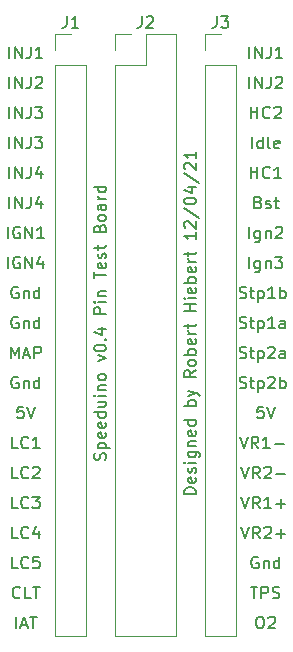
<source format=gbr>
%TF.GenerationSoftware,KiCad,Pcbnew,(5.1.6)-1*%
%TF.CreationDate,2021-12-04T14:03:29-08:00*%
%TF.ProjectId,Speeduino Pin Test Board,53706565-6475-4696-9e6f-2050696e2054,rev?*%
%TF.SameCoordinates,Original*%
%TF.FileFunction,Legend,Top*%
%TF.FilePolarity,Positive*%
%FSLAX46Y46*%
G04 Gerber Fmt 4.6, Leading zero omitted, Abs format (unit mm)*
G04 Created by KiCad (PCBNEW (5.1.6)-1) date 2021-12-04 14:03:29*
%MOMM*%
%LPD*%
G01*
G04 APERTURE LIST*
%ADD10C,0.150000*%
%ADD11C,0.120000*%
G04 APERTURE END LIST*
D10*
X142692380Y-95756190D02*
X141692380Y-95756190D01*
X141692380Y-95518095D01*
X141740000Y-95375238D01*
X141835238Y-95280000D01*
X141930476Y-95232380D01*
X142120952Y-95184761D01*
X142263809Y-95184761D01*
X142454285Y-95232380D01*
X142549523Y-95280000D01*
X142644761Y-95375238D01*
X142692380Y-95518095D01*
X142692380Y-95756190D01*
X142644761Y-94375238D02*
X142692380Y-94470476D01*
X142692380Y-94660952D01*
X142644761Y-94756190D01*
X142549523Y-94803809D01*
X142168571Y-94803809D01*
X142073333Y-94756190D01*
X142025714Y-94660952D01*
X142025714Y-94470476D01*
X142073333Y-94375238D01*
X142168571Y-94327619D01*
X142263809Y-94327619D01*
X142359047Y-94803809D01*
X142644761Y-93946666D02*
X142692380Y-93851428D01*
X142692380Y-93660952D01*
X142644761Y-93565714D01*
X142549523Y-93518095D01*
X142501904Y-93518095D01*
X142406666Y-93565714D01*
X142359047Y-93660952D01*
X142359047Y-93803809D01*
X142311428Y-93899047D01*
X142216190Y-93946666D01*
X142168571Y-93946666D01*
X142073333Y-93899047D01*
X142025714Y-93803809D01*
X142025714Y-93660952D01*
X142073333Y-93565714D01*
X142692380Y-93089523D02*
X142025714Y-93089523D01*
X141692380Y-93089523D02*
X141740000Y-93137142D01*
X141787619Y-93089523D01*
X141740000Y-93041904D01*
X141692380Y-93089523D01*
X141787619Y-93089523D01*
X142025714Y-92184761D02*
X142835238Y-92184761D01*
X142930476Y-92232380D01*
X142978095Y-92280000D01*
X143025714Y-92375238D01*
X143025714Y-92518095D01*
X142978095Y-92613333D01*
X142644761Y-92184761D02*
X142692380Y-92280000D01*
X142692380Y-92470476D01*
X142644761Y-92565714D01*
X142597142Y-92613333D01*
X142501904Y-92660952D01*
X142216190Y-92660952D01*
X142120952Y-92613333D01*
X142073333Y-92565714D01*
X142025714Y-92470476D01*
X142025714Y-92280000D01*
X142073333Y-92184761D01*
X142025714Y-91708571D02*
X142692380Y-91708571D01*
X142120952Y-91708571D02*
X142073333Y-91660952D01*
X142025714Y-91565714D01*
X142025714Y-91422857D01*
X142073333Y-91327619D01*
X142168571Y-91280000D01*
X142692380Y-91280000D01*
X142644761Y-90422857D02*
X142692380Y-90518095D01*
X142692380Y-90708571D01*
X142644761Y-90803809D01*
X142549523Y-90851428D01*
X142168571Y-90851428D01*
X142073333Y-90803809D01*
X142025714Y-90708571D01*
X142025714Y-90518095D01*
X142073333Y-90422857D01*
X142168571Y-90375238D01*
X142263809Y-90375238D01*
X142359047Y-90851428D01*
X142692380Y-89518095D02*
X141692380Y-89518095D01*
X142644761Y-89518095D02*
X142692380Y-89613333D01*
X142692380Y-89803809D01*
X142644761Y-89899047D01*
X142597142Y-89946666D01*
X142501904Y-89994285D01*
X142216190Y-89994285D01*
X142120952Y-89946666D01*
X142073333Y-89899047D01*
X142025714Y-89803809D01*
X142025714Y-89613333D01*
X142073333Y-89518095D01*
X142692380Y-88280000D02*
X141692380Y-88280000D01*
X142073333Y-88280000D02*
X142025714Y-88184761D01*
X142025714Y-87994285D01*
X142073333Y-87899047D01*
X142120952Y-87851428D01*
X142216190Y-87803809D01*
X142501904Y-87803809D01*
X142597142Y-87851428D01*
X142644761Y-87899047D01*
X142692380Y-87994285D01*
X142692380Y-88184761D01*
X142644761Y-88280000D01*
X142025714Y-87470476D02*
X142692380Y-87232380D01*
X142025714Y-86994285D02*
X142692380Y-87232380D01*
X142930476Y-87327619D01*
X142978095Y-87375238D01*
X143025714Y-87470476D01*
X142692380Y-85280000D02*
X142216190Y-85613333D01*
X142692380Y-85851428D02*
X141692380Y-85851428D01*
X141692380Y-85470476D01*
X141740000Y-85375238D01*
X141787619Y-85327619D01*
X141882857Y-85280000D01*
X142025714Y-85280000D01*
X142120952Y-85327619D01*
X142168571Y-85375238D01*
X142216190Y-85470476D01*
X142216190Y-85851428D01*
X142692380Y-84708571D02*
X142644761Y-84803809D01*
X142597142Y-84851428D01*
X142501904Y-84899047D01*
X142216190Y-84899047D01*
X142120952Y-84851428D01*
X142073333Y-84803809D01*
X142025714Y-84708571D01*
X142025714Y-84565714D01*
X142073333Y-84470476D01*
X142120952Y-84422857D01*
X142216190Y-84375238D01*
X142501904Y-84375238D01*
X142597142Y-84422857D01*
X142644761Y-84470476D01*
X142692380Y-84565714D01*
X142692380Y-84708571D01*
X142692380Y-83946666D02*
X141692380Y-83946666D01*
X142073333Y-83946666D02*
X142025714Y-83851428D01*
X142025714Y-83660952D01*
X142073333Y-83565714D01*
X142120952Y-83518095D01*
X142216190Y-83470476D01*
X142501904Y-83470476D01*
X142597142Y-83518095D01*
X142644761Y-83565714D01*
X142692380Y-83660952D01*
X142692380Y-83851428D01*
X142644761Y-83946666D01*
X142644761Y-82660952D02*
X142692380Y-82756190D01*
X142692380Y-82946666D01*
X142644761Y-83041904D01*
X142549523Y-83089523D01*
X142168571Y-83089523D01*
X142073333Y-83041904D01*
X142025714Y-82946666D01*
X142025714Y-82756190D01*
X142073333Y-82660952D01*
X142168571Y-82613333D01*
X142263809Y-82613333D01*
X142359047Y-83089523D01*
X142692380Y-82184761D02*
X142025714Y-82184761D01*
X142216190Y-82184761D02*
X142120952Y-82137142D01*
X142073333Y-82089523D01*
X142025714Y-81994285D01*
X142025714Y-81899047D01*
X142025714Y-81708571D02*
X142025714Y-81327619D01*
X141692380Y-81565714D02*
X142549523Y-81565714D01*
X142644761Y-81518095D01*
X142692380Y-81422857D01*
X142692380Y-81327619D01*
X142692380Y-80232380D02*
X141692380Y-80232380D01*
X142168571Y-80232380D02*
X142168571Y-79660952D01*
X142692380Y-79660952D02*
X141692380Y-79660952D01*
X142692380Y-79184761D02*
X142025714Y-79184761D01*
X141692380Y-79184761D02*
X141740000Y-79232380D01*
X141787619Y-79184761D01*
X141740000Y-79137142D01*
X141692380Y-79184761D01*
X141787619Y-79184761D01*
X142644761Y-78327619D02*
X142692380Y-78422857D01*
X142692380Y-78613333D01*
X142644761Y-78708571D01*
X142549523Y-78756190D01*
X142168571Y-78756190D01*
X142073333Y-78708571D01*
X142025714Y-78613333D01*
X142025714Y-78422857D01*
X142073333Y-78327619D01*
X142168571Y-78280000D01*
X142263809Y-78280000D01*
X142359047Y-78756190D01*
X142692380Y-77851428D02*
X141692380Y-77851428D01*
X142073333Y-77851428D02*
X142025714Y-77756190D01*
X142025714Y-77565714D01*
X142073333Y-77470476D01*
X142120952Y-77422857D01*
X142216190Y-77375238D01*
X142501904Y-77375238D01*
X142597142Y-77422857D01*
X142644761Y-77470476D01*
X142692380Y-77565714D01*
X142692380Y-77756190D01*
X142644761Y-77851428D01*
X142644761Y-76565714D02*
X142692380Y-76660952D01*
X142692380Y-76851428D01*
X142644761Y-76946666D01*
X142549523Y-76994285D01*
X142168571Y-76994285D01*
X142073333Y-76946666D01*
X142025714Y-76851428D01*
X142025714Y-76660952D01*
X142073333Y-76565714D01*
X142168571Y-76518095D01*
X142263809Y-76518095D01*
X142359047Y-76994285D01*
X142692380Y-76089523D02*
X142025714Y-76089523D01*
X142216190Y-76089523D02*
X142120952Y-76041904D01*
X142073333Y-75994285D01*
X142025714Y-75899047D01*
X142025714Y-75803809D01*
X142025714Y-75613333D02*
X142025714Y-75232380D01*
X141692380Y-75470476D02*
X142549523Y-75470476D01*
X142644761Y-75422857D01*
X142692380Y-75327619D01*
X142692380Y-75232380D01*
X142692380Y-73613333D02*
X142692380Y-74184761D01*
X142692380Y-73899047D02*
X141692380Y-73899047D01*
X141835238Y-73994285D01*
X141930476Y-74089523D01*
X141978095Y-74184761D01*
X141787619Y-73232380D02*
X141740000Y-73184761D01*
X141692380Y-73089523D01*
X141692380Y-72851428D01*
X141740000Y-72756190D01*
X141787619Y-72708571D01*
X141882857Y-72660952D01*
X141978095Y-72660952D01*
X142120952Y-72708571D01*
X142692380Y-73280000D01*
X142692380Y-72660952D01*
X141644761Y-71518095D02*
X142930476Y-72375238D01*
X141692380Y-70994285D02*
X141692380Y-70899047D01*
X141740000Y-70803809D01*
X141787619Y-70756190D01*
X141882857Y-70708571D01*
X142073333Y-70660952D01*
X142311428Y-70660952D01*
X142501904Y-70708571D01*
X142597142Y-70756190D01*
X142644761Y-70803809D01*
X142692380Y-70899047D01*
X142692380Y-70994285D01*
X142644761Y-71089523D01*
X142597142Y-71137142D01*
X142501904Y-71184761D01*
X142311428Y-71232380D01*
X142073333Y-71232380D01*
X141882857Y-71184761D01*
X141787619Y-71137142D01*
X141740000Y-71089523D01*
X141692380Y-70994285D01*
X142025714Y-69803809D02*
X142692380Y-69803809D01*
X141644761Y-70041904D02*
X142359047Y-70280000D01*
X142359047Y-69660952D01*
X141644761Y-68565714D02*
X142930476Y-69422857D01*
X141787619Y-68280000D02*
X141740000Y-68232380D01*
X141692380Y-68137142D01*
X141692380Y-67899047D01*
X141740000Y-67803809D01*
X141787619Y-67756190D01*
X141882857Y-67708571D01*
X141978095Y-67708571D01*
X142120952Y-67756190D01*
X142692380Y-68327619D01*
X142692380Y-67708571D01*
X142692380Y-66756190D02*
X142692380Y-67327619D01*
X142692380Y-67041904D02*
X141692380Y-67041904D01*
X141835238Y-67137142D01*
X141930476Y-67232380D01*
X141978095Y-67327619D01*
X135024761Y-92875238D02*
X135072380Y-92732380D01*
X135072380Y-92494285D01*
X135024761Y-92399047D01*
X134977142Y-92351428D01*
X134881904Y-92303809D01*
X134786666Y-92303809D01*
X134691428Y-92351428D01*
X134643809Y-92399047D01*
X134596190Y-92494285D01*
X134548571Y-92684761D01*
X134500952Y-92780000D01*
X134453333Y-92827619D01*
X134358095Y-92875238D01*
X134262857Y-92875238D01*
X134167619Y-92827619D01*
X134120000Y-92780000D01*
X134072380Y-92684761D01*
X134072380Y-92446666D01*
X134120000Y-92303809D01*
X134405714Y-91875238D02*
X135405714Y-91875238D01*
X134453333Y-91875238D02*
X134405714Y-91780000D01*
X134405714Y-91589523D01*
X134453333Y-91494285D01*
X134500952Y-91446666D01*
X134596190Y-91399047D01*
X134881904Y-91399047D01*
X134977142Y-91446666D01*
X135024761Y-91494285D01*
X135072380Y-91589523D01*
X135072380Y-91780000D01*
X135024761Y-91875238D01*
X135024761Y-90589523D02*
X135072380Y-90684761D01*
X135072380Y-90875238D01*
X135024761Y-90970476D01*
X134929523Y-91018095D01*
X134548571Y-91018095D01*
X134453333Y-90970476D01*
X134405714Y-90875238D01*
X134405714Y-90684761D01*
X134453333Y-90589523D01*
X134548571Y-90541904D01*
X134643809Y-90541904D01*
X134739047Y-91018095D01*
X135024761Y-89732380D02*
X135072380Y-89827619D01*
X135072380Y-90018095D01*
X135024761Y-90113333D01*
X134929523Y-90160952D01*
X134548571Y-90160952D01*
X134453333Y-90113333D01*
X134405714Y-90018095D01*
X134405714Y-89827619D01*
X134453333Y-89732380D01*
X134548571Y-89684761D01*
X134643809Y-89684761D01*
X134739047Y-90160952D01*
X135072380Y-88827619D02*
X134072380Y-88827619D01*
X135024761Y-88827619D02*
X135072380Y-88922857D01*
X135072380Y-89113333D01*
X135024761Y-89208571D01*
X134977142Y-89256190D01*
X134881904Y-89303809D01*
X134596190Y-89303809D01*
X134500952Y-89256190D01*
X134453333Y-89208571D01*
X134405714Y-89113333D01*
X134405714Y-88922857D01*
X134453333Y-88827619D01*
X134405714Y-87922857D02*
X135072380Y-87922857D01*
X134405714Y-88351428D02*
X134929523Y-88351428D01*
X135024761Y-88303809D01*
X135072380Y-88208571D01*
X135072380Y-88065714D01*
X135024761Y-87970476D01*
X134977142Y-87922857D01*
X135072380Y-87446666D02*
X134405714Y-87446666D01*
X134072380Y-87446666D02*
X134120000Y-87494285D01*
X134167619Y-87446666D01*
X134120000Y-87399047D01*
X134072380Y-87446666D01*
X134167619Y-87446666D01*
X134405714Y-86970476D02*
X135072380Y-86970476D01*
X134500952Y-86970476D02*
X134453333Y-86922857D01*
X134405714Y-86827619D01*
X134405714Y-86684761D01*
X134453333Y-86589523D01*
X134548571Y-86541904D01*
X135072380Y-86541904D01*
X135072380Y-85922857D02*
X135024761Y-86018095D01*
X134977142Y-86065714D01*
X134881904Y-86113333D01*
X134596190Y-86113333D01*
X134500952Y-86065714D01*
X134453333Y-86018095D01*
X134405714Y-85922857D01*
X134405714Y-85780000D01*
X134453333Y-85684761D01*
X134500952Y-85637142D01*
X134596190Y-85589523D01*
X134881904Y-85589523D01*
X134977142Y-85637142D01*
X135024761Y-85684761D01*
X135072380Y-85780000D01*
X135072380Y-85922857D01*
X134405714Y-84494285D02*
X135072380Y-84256190D01*
X134405714Y-84018095D01*
X134072380Y-83446666D02*
X134072380Y-83351428D01*
X134120000Y-83256190D01*
X134167619Y-83208571D01*
X134262857Y-83160952D01*
X134453333Y-83113333D01*
X134691428Y-83113333D01*
X134881904Y-83160952D01*
X134977142Y-83208571D01*
X135024761Y-83256190D01*
X135072380Y-83351428D01*
X135072380Y-83446666D01*
X135024761Y-83541904D01*
X134977142Y-83589523D01*
X134881904Y-83637142D01*
X134691428Y-83684761D01*
X134453333Y-83684761D01*
X134262857Y-83637142D01*
X134167619Y-83589523D01*
X134120000Y-83541904D01*
X134072380Y-83446666D01*
X134977142Y-82684761D02*
X135024761Y-82637142D01*
X135072380Y-82684761D01*
X135024761Y-82732380D01*
X134977142Y-82684761D01*
X135072380Y-82684761D01*
X134405714Y-81780000D02*
X135072380Y-81780000D01*
X134024761Y-82018095D02*
X134739047Y-82256190D01*
X134739047Y-81637142D01*
X135072380Y-80494285D02*
X134072380Y-80494285D01*
X134072380Y-80113333D01*
X134120000Y-80018095D01*
X134167619Y-79970476D01*
X134262857Y-79922857D01*
X134405714Y-79922857D01*
X134500952Y-79970476D01*
X134548571Y-80018095D01*
X134596190Y-80113333D01*
X134596190Y-80494285D01*
X135072380Y-79494285D02*
X134405714Y-79494285D01*
X134072380Y-79494285D02*
X134120000Y-79541904D01*
X134167619Y-79494285D01*
X134120000Y-79446666D01*
X134072380Y-79494285D01*
X134167619Y-79494285D01*
X134405714Y-79018095D02*
X135072380Y-79018095D01*
X134500952Y-79018095D02*
X134453333Y-78970476D01*
X134405714Y-78875238D01*
X134405714Y-78732380D01*
X134453333Y-78637142D01*
X134548571Y-78589523D01*
X135072380Y-78589523D01*
X134072380Y-77494285D02*
X134072380Y-76922857D01*
X135072380Y-77208571D02*
X134072380Y-77208571D01*
X135024761Y-76208571D02*
X135072380Y-76303809D01*
X135072380Y-76494285D01*
X135024761Y-76589523D01*
X134929523Y-76637142D01*
X134548571Y-76637142D01*
X134453333Y-76589523D01*
X134405714Y-76494285D01*
X134405714Y-76303809D01*
X134453333Y-76208571D01*
X134548571Y-76160952D01*
X134643809Y-76160952D01*
X134739047Y-76637142D01*
X135024761Y-75780000D02*
X135072380Y-75684761D01*
X135072380Y-75494285D01*
X135024761Y-75399047D01*
X134929523Y-75351428D01*
X134881904Y-75351428D01*
X134786666Y-75399047D01*
X134739047Y-75494285D01*
X134739047Y-75637142D01*
X134691428Y-75732380D01*
X134596190Y-75780000D01*
X134548571Y-75780000D01*
X134453333Y-75732380D01*
X134405714Y-75637142D01*
X134405714Y-75494285D01*
X134453333Y-75399047D01*
X134405714Y-75065714D02*
X134405714Y-74684761D01*
X134072380Y-74922857D02*
X134929523Y-74922857D01*
X135024761Y-74875238D01*
X135072380Y-74780000D01*
X135072380Y-74684761D01*
X134548571Y-73256190D02*
X134596190Y-73113333D01*
X134643809Y-73065714D01*
X134739047Y-73018095D01*
X134881904Y-73018095D01*
X134977142Y-73065714D01*
X135024761Y-73113333D01*
X135072380Y-73208571D01*
X135072380Y-73589523D01*
X134072380Y-73589523D01*
X134072380Y-73256190D01*
X134120000Y-73160952D01*
X134167619Y-73113333D01*
X134262857Y-73065714D01*
X134358095Y-73065714D01*
X134453333Y-73113333D01*
X134500952Y-73160952D01*
X134548571Y-73256190D01*
X134548571Y-73589523D01*
X135072380Y-72446666D02*
X135024761Y-72541904D01*
X134977142Y-72589523D01*
X134881904Y-72637142D01*
X134596190Y-72637142D01*
X134500952Y-72589523D01*
X134453333Y-72541904D01*
X134405714Y-72446666D01*
X134405714Y-72303809D01*
X134453333Y-72208571D01*
X134500952Y-72160952D01*
X134596190Y-72113333D01*
X134881904Y-72113333D01*
X134977142Y-72160952D01*
X135024761Y-72208571D01*
X135072380Y-72303809D01*
X135072380Y-72446666D01*
X135072380Y-71256190D02*
X134548571Y-71256190D01*
X134453333Y-71303809D01*
X134405714Y-71399047D01*
X134405714Y-71589523D01*
X134453333Y-71684761D01*
X135024761Y-71256190D02*
X135072380Y-71351428D01*
X135072380Y-71589523D01*
X135024761Y-71684761D01*
X134929523Y-71732380D01*
X134834285Y-71732380D01*
X134739047Y-71684761D01*
X134691428Y-71589523D01*
X134691428Y-71351428D01*
X134643809Y-71256190D01*
X135072380Y-70780000D02*
X134405714Y-70780000D01*
X134596190Y-70780000D02*
X134500952Y-70732380D01*
X134453333Y-70684761D01*
X134405714Y-70589523D01*
X134405714Y-70494285D01*
X135072380Y-69732380D02*
X134072380Y-69732380D01*
X135024761Y-69732380D02*
X135072380Y-69827619D01*
X135072380Y-70018095D01*
X135024761Y-70113333D01*
X134977142Y-70160952D01*
X134881904Y-70208571D01*
X134596190Y-70208571D01*
X134500952Y-70160952D01*
X134453333Y-70113333D01*
X134405714Y-70018095D01*
X134405714Y-69827619D01*
X134453333Y-69732380D01*
X147447142Y-66492380D02*
X147447142Y-65492380D01*
X148351904Y-66492380D02*
X148351904Y-65492380D01*
X148351904Y-66444761D02*
X148256666Y-66492380D01*
X148066190Y-66492380D01*
X147970952Y-66444761D01*
X147923333Y-66397142D01*
X147875714Y-66301904D01*
X147875714Y-66016190D01*
X147923333Y-65920952D01*
X147970952Y-65873333D01*
X148066190Y-65825714D01*
X148256666Y-65825714D01*
X148351904Y-65873333D01*
X148970952Y-66492380D02*
X148875714Y-66444761D01*
X148828095Y-66349523D01*
X148828095Y-65492380D01*
X149732857Y-66444761D02*
X149637619Y-66492380D01*
X149447142Y-66492380D01*
X149351904Y-66444761D01*
X149304285Y-66349523D01*
X149304285Y-65968571D01*
X149351904Y-65873333D01*
X149447142Y-65825714D01*
X149637619Y-65825714D01*
X149732857Y-65873333D01*
X149780476Y-65968571D01*
X149780476Y-66063809D01*
X149304285Y-66159047D01*
X147970952Y-71048571D02*
X148113809Y-71096190D01*
X148161428Y-71143809D01*
X148209047Y-71239047D01*
X148209047Y-71381904D01*
X148161428Y-71477142D01*
X148113809Y-71524761D01*
X148018571Y-71572380D01*
X147637619Y-71572380D01*
X147637619Y-70572380D01*
X147970952Y-70572380D01*
X148066190Y-70620000D01*
X148113809Y-70667619D01*
X148161428Y-70762857D01*
X148161428Y-70858095D01*
X148113809Y-70953333D01*
X148066190Y-71000952D01*
X147970952Y-71048571D01*
X147637619Y-71048571D01*
X148590000Y-71524761D02*
X148685238Y-71572380D01*
X148875714Y-71572380D01*
X148970952Y-71524761D01*
X149018571Y-71429523D01*
X149018571Y-71381904D01*
X148970952Y-71286666D01*
X148875714Y-71239047D01*
X148732857Y-71239047D01*
X148637619Y-71191428D01*
X148590000Y-71096190D01*
X148590000Y-71048571D01*
X148637619Y-70953333D01*
X148732857Y-70905714D01*
X148875714Y-70905714D01*
X148970952Y-70953333D01*
X149304285Y-70905714D02*
X149685238Y-70905714D01*
X149447142Y-70572380D02*
X149447142Y-71429523D01*
X149494761Y-71524761D01*
X149590000Y-71572380D01*
X149685238Y-71572380D01*
X147209047Y-58872380D02*
X147209047Y-57872380D01*
X147685238Y-58872380D02*
X147685238Y-57872380D01*
X148256666Y-58872380D01*
X148256666Y-57872380D01*
X149018571Y-57872380D02*
X149018571Y-58586666D01*
X148970952Y-58729523D01*
X148875714Y-58824761D01*
X148732857Y-58872380D01*
X148637619Y-58872380D01*
X150018571Y-58872380D02*
X149447142Y-58872380D01*
X149732857Y-58872380D02*
X149732857Y-57872380D01*
X149637619Y-58015238D01*
X149542380Y-58110476D01*
X149447142Y-58158095D01*
X147209047Y-61412380D02*
X147209047Y-60412380D01*
X147685238Y-61412380D02*
X147685238Y-60412380D01*
X148256666Y-61412380D01*
X148256666Y-60412380D01*
X149018571Y-60412380D02*
X149018571Y-61126666D01*
X148970952Y-61269523D01*
X148875714Y-61364761D01*
X148732857Y-61412380D01*
X148637619Y-61412380D01*
X149447142Y-60507619D02*
X149494761Y-60460000D01*
X149590000Y-60412380D01*
X149828095Y-60412380D01*
X149923333Y-60460000D01*
X149970952Y-60507619D01*
X150018571Y-60602857D01*
X150018571Y-60698095D01*
X149970952Y-60840952D01*
X149399523Y-61412380D01*
X150018571Y-61412380D01*
X147328095Y-63952380D02*
X147328095Y-62952380D01*
X147328095Y-63428571D02*
X147899523Y-63428571D01*
X147899523Y-63952380D02*
X147899523Y-62952380D01*
X148947142Y-63857142D02*
X148899523Y-63904761D01*
X148756666Y-63952380D01*
X148661428Y-63952380D01*
X148518571Y-63904761D01*
X148423333Y-63809523D01*
X148375714Y-63714285D01*
X148328095Y-63523809D01*
X148328095Y-63380952D01*
X148375714Y-63190476D01*
X148423333Y-63095238D01*
X148518571Y-63000000D01*
X148661428Y-62952380D01*
X148756666Y-62952380D01*
X148899523Y-63000000D01*
X148947142Y-63047619D01*
X149328095Y-63047619D02*
X149375714Y-63000000D01*
X149470952Y-62952380D01*
X149709047Y-62952380D01*
X149804285Y-63000000D01*
X149851904Y-63047619D01*
X149899523Y-63142857D01*
X149899523Y-63238095D01*
X149851904Y-63380952D01*
X149280476Y-63952380D01*
X149899523Y-63952380D01*
X147328095Y-69032380D02*
X147328095Y-68032380D01*
X147328095Y-68508571D02*
X147899523Y-68508571D01*
X147899523Y-69032380D02*
X147899523Y-68032380D01*
X148947142Y-68937142D02*
X148899523Y-68984761D01*
X148756666Y-69032380D01*
X148661428Y-69032380D01*
X148518571Y-68984761D01*
X148423333Y-68889523D01*
X148375714Y-68794285D01*
X148328095Y-68603809D01*
X148328095Y-68460952D01*
X148375714Y-68270476D01*
X148423333Y-68175238D01*
X148518571Y-68080000D01*
X148661428Y-68032380D01*
X148756666Y-68032380D01*
X148899523Y-68080000D01*
X148947142Y-68127619D01*
X149899523Y-69032380D02*
X149328095Y-69032380D01*
X149613809Y-69032380D02*
X149613809Y-68032380D01*
X149518571Y-68175238D01*
X149423333Y-68270476D01*
X149328095Y-68318095D01*
X147209047Y-74112380D02*
X147209047Y-73112380D01*
X148113809Y-73445714D02*
X148113809Y-74255238D01*
X148066190Y-74350476D01*
X148018571Y-74398095D01*
X147923333Y-74445714D01*
X147780476Y-74445714D01*
X147685238Y-74398095D01*
X148113809Y-74064761D02*
X148018571Y-74112380D01*
X147828095Y-74112380D01*
X147732857Y-74064761D01*
X147685238Y-74017142D01*
X147637619Y-73921904D01*
X147637619Y-73636190D01*
X147685238Y-73540952D01*
X147732857Y-73493333D01*
X147828095Y-73445714D01*
X148018571Y-73445714D01*
X148113809Y-73493333D01*
X148590000Y-73445714D02*
X148590000Y-74112380D01*
X148590000Y-73540952D02*
X148637619Y-73493333D01*
X148732857Y-73445714D01*
X148875714Y-73445714D01*
X148970952Y-73493333D01*
X149018571Y-73588571D01*
X149018571Y-74112380D01*
X149447142Y-73207619D02*
X149494761Y-73160000D01*
X149590000Y-73112380D01*
X149828095Y-73112380D01*
X149923333Y-73160000D01*
X149970952Y-73207619D01*
X150018571Y-73302857D01*
X150018571Y-73398095D01*
X149970952Y-73540952D01*
X149399523Y-74112380D01*
X150018571Y-74112380D01*
X147209047Y-76652380D02*
X147209047Y-75652380D01*
X148113809Y-75985714D02*
X148113809Y-76795238D01*
X148066190Y-76890476D01*
X148018571Y-76938095D01*
X147923333Y-76985714D01*
X147780476Y-76985714D01*
X147685238Y-76938095D01*
X148113809Y-76604761D02*
X148018571Y-76652380D01*
X147828095Y-76652380D01*
X147732857Y-76604761D01*
X147685238Y-76557142D01*
X147637619Y-76461904D01*
X147637619Y-76176190D01*
X147685238Y-76080952D01*
X147732857Y-76033333D01*
X147828095Y-75985714D01*
X148018571Y-75985714D01*
X148113809Y-76033333D01*
X148590000Y-75985714D02*
X148590000Y-76652380D01*
X148590000Y-76080952D02*
X148637619Y-76033333D01*
X148732857Y-75985714D01*
X148875714Y-75985714D01*
X148970952Y-76033333D01*
X149018571Y-76128571D01*
X149018571Y-76652380D01*
X149399523Y-75652380D02*
X150018571Y-75652380D01*
X149685238Y-76033333D01*
X149828095Y-76033333D01*
X149923333Y-76080952D01*
X149970952Y-76128571D01*
X150018571Y-76223809D01*
X150018571Y-76461904D01*
X149970952Y-76557142D01*
X149923333Y-76604761D01*
X149828095Y-76652380D01*
X149542380Y-76652380D01*
X149447142Y-76604761D01*
X149399523Y-76557142D01*
X146383619Y-79144761D02*
X146526476Y-79192380D01*
X146764571Y-79192380D01*
X146859809Y-79144761D01*
X146907428Y-79097142D01*
X146955047Y-79001904D01*
X146955047Y-78906666D01*
X146907428Y-78811428D01*
X146859809Y-78763809D01*
X146764571Y-78716190D01*
X146574095Y-78668571D01*
X146478857Y-78620952D01*
X146431238Y-78573333D01*
X146383619Y-78478095D01*
X146383619Y-78382857D01*
X146431238Y-78287619D01*
X146478857Y-78240000D01*
X146574095Y-78192380D01*
X146812190Y-78192380D01*
X146955047Y-78240000D01*
X147240761Y-78525714D02*
X147621714Y-78525714D01*
X147383619Y-78192380D02*
X147383619Y-79049523D01*
X147431238Y-79144761D01*
X147526476Y-79192380D01*
X147621714Y-79192380D01*
X147955047Y-78525714D02*
X147955047Y-79525714D01*
X147955047Y-78573333D02*
X148050285Y-78525714D01*
X148240761Y-78525714D01*
X148336000Y-78573333D01*
X148383619Y-78620952D01*
X148431238Y-78716190D01*
X148431238Y-79001904D01*
X148383619Y-79097142D01*
X148336000Y-79144761D01*
X148240761Y-79192380D01*
X148050285Y-79192380D01*
X147955047Y-79144761D01*
X149383619Y-79192380D02*
X148812190Y-79192380D01*
X149097904Y-79192380D02*
X149097904Y-78192380D01*
X149002666Y-78335238D01*
X148907428Y-78430476D01*
X148812190Y-78478095D01*
X149812190Y-79192380D02*
X149812190Y-78192380D01*
X149812190Y-78573333D02*
X149907428Y-78525714D01*
X150097904Y-78525714D01*
X150193142Y-78573333D01*
X150240761Y-78620952D01*
X150288380Y-78716190D01*
X150288380Y-79001904D01*
X150240761Y-79097142D01*
X150193142Y-79144761D01*
X150097904Y-79192380D01*
X149907428Y-79192380D01*
X149812190Y-79144761D01*
X146383619Y-81684761D02*
X146526476Y-81732380D01*
X146764571Y-81732380D01*
X146859809Y-81684761D01*
X146907428Y-81637142D01*
X146955047Y-81541904D01*
X146955047Y-81446666D01*
X146907428Y-81351428D01*
X146859809Y-81303809D01*
X146764571Y-81256190D01*
X146574095Y-81208571D01*
X146478857Y-81160952D01*
X146431238Y-81113333D01*
X146383619Y-81018095D01*
X146383619Y-80922857D01*
X146431238Y-80827619D01*
X146478857Y-80780000D01*
X146574095Y-80732380D01*
X146812190Y-80732380D01*
X146955047Y-80780000D01*
X147240761Y-81065714D02*
X147621714Y-81065714D01*
X147383619Y-80732380D02*
X147383619Y-81589523D01*
X147431238Y-81684761D01*
X147526476Y-81732380D01*
X147621714Y-81732380D01*
X147955047Y-81065714D02*
X147955047Y-82065714D01*
X147955047Y-81113333D02*
X148050285Y-81065714D01*
X148240761Y-81065714D01*
X148336000Y-81113333D01*
X148383619Y-81160952D01*
X148431238Y-81256190D01*
X148431238Y-81541904D01*
X148383619Y-81637142D01*
X148336000Y-81684761D01*
X148240761Y-81732380D01*
X148050285Y-81732380D01*
X147955047Y-81684761D01*
X149383619Y-81732380D02*
X148812190Y-81732380D01*
X149097904Y-81732380D02*
X149097904Y-80732380D01*
X149002666Y-80875238D01*
X148907428Y-80970476D01*
X148812190Y-81018095D01*
X150240761Y-81732380D02*
X150240761Y-81208571D01*
X150193142Y-81113333D01*
X150097904Y-81065714D01*
X149907428Y-81065714D01*
X149812190Y-81113333D01*
X150240761Y-81684761D02*
X150145523Y-81732380D01*
X149907428Y-81732380D01*
X149812190Y-81684761D01*
X149764571Y-81589523D01*
X149764571Y-81494285D01*
X149812190Y-81399047D01*
X149907428Y-81351428D01*
X150145523Y-81351428D01*
X150240761Y-81303809D01*
X146383619Y-84224761D02*
X146526476Y-84272380D01*
X146764571Y-84272380D01*
X146859809Y-84224761D01*
X146907428Y-84177142D01*
X146955047Y-84081904D01*
X146955047Y-83986666D01*
X146907428Y-83891428D01*
X146859809Y-83843809D01*
X146764571Y-83796190D01*
X146574095Y-83748571D01*
X146478857Y-83700952D01*
X146431238Y-83653333D01*
X146383619Y-83558095D01*
X146383619Y-83462857D01*
X146431238Y-83367619D01*
X146478857Y-83320000D01*
X146574095Y-83272380D01*
X146812190Y-83272380D01*
X146955047Y-83320000D01*
X147240761Y-83605714D02*
X147621714Y-83605714D01*
X147383619Y-83272380D02*
X147383619Y-84129523D01*
X147431238Y-84224761D01*
X147526476Y-84272380D01*
X147621714Y-84272380D01*
X147955047Y-83605714D02*
X147955047Y-84605714D01*
X147955047Y-83653333D02*
X148050285Y-83605714D01*
X148240761Y-83605714D01*
X148336000Y-83653333D01*
X148383619Y-83700952D01*
X148431238Y-83796190D01*
X148431238Y-84081904D01*
X148383619Y-84177142D01*
X148336000Y-84224761D01*
X148240761Y-84272380D01*
X148050285Y-84272380D01*
X147955047Y-84224761D01*
X148812190Y-83367619D02*
X148859809Y-83320000D01*
X148955047Y-83272380D01*
X149193142Y-83272380D01*
X149288380Y-83320000D01*
X149336000Y-83367619D01*
X149383619Y-83462857D01*
X149383619Y-83558095D01*
X149336000Y-83700952D01*
X148764571Y-84272380D01*
X149383619Y-84272380D01*
X150240761Y-84272380D02*
X150240761Y-83748571D01*
X150193142Y-83653333D01*
X150097904Y-83605714D01*
X149907428Y-83605714D01*
X149812190Y-83653333D01*
X150240761Y-84224761D02*
X150145523Y-84272380D01*
X149907428Y-84272380D01*
X149812190Y-84224761D01*
X149764571Y-84129523D01*
X149764571Y-84034285D01*
X149812190Y-83939047D01*
X149907428Y-83891428D01*
X150145523Y-83891428D01*
X150240761Y-83843809D01*
X146383619Y-86764761D02*
X146526476Y-86812380D01*
X146764571Y-86812380D01*
X146859809Y-86764761D01*
X146907428Y-86717142D01*
X146955047Y-86621904D01*
X146955047Y-86526666D01*
X146907428Y-86431428D01*
X146859809Y-86383809D01*
X146764571Y-86336190D01*
X146574095Y-86288571D01*
X146478857Y-86240952D01*
X146431238Y-86193333D01*
X146383619Y-86098095D01*
X146383619Y-86002857D01*
X146431238Y-85907619D01*
X146478857Y-85860000D01*
X146574095Y-85812380D01*
X146812190Y-85812380D01*
X146955047Y-85860000D01*
X147240761Y-86145714D02*
X147621714Y-86145714D01*
X147383619Y-85812380D02*
X147383619Y-86669523D01*
X147431238Y-86764761D01*
X147526476Y-86812380D01*
X147621714Y-86812380D01*
X147955047Y-86145714D02*
X147955047Y-87145714D01*
X147955047Y-86193333D02*
X148050285Y-86145714D01*
X148240761Y-86145714D01*
X148336000Y-86193333D01*
X148383619Y-86240952D01*
X148431238Y-86336190D01*
X148431238Y-86621904D01*
X148383619Y-86717142D01*
X148336000Y-86764761D01*
X148240761Y-86812380D01*
X148050285Y-86812380D01*
X147955047Y-86764761D01*
X148812190Y-85907619D02*
X148859809Y-85860000D01*
X148955047Y-85812380D01*
X149193142Y-85812380D01*
X149288380Y-85860000D01*
X149336000Y-85907619D01*
X149383619Y-86002857D01*
X149383619Y-86098095D01*
X149336000Y-86240952D01*
X148764571Y-86812380D01*
X149383619Y-86812380D01*
X149812190Y-86812380D02*
X149812190Y-85812380D01*
X149812190Y-86193333D02*
X149907428Y-86145714D01*
X150097904Y-86145714D01*
X150193142Y-86193333D01*
X150240761Y-86240952D01*
X150288380Y-86336190D01*
X150288380Y-86621904D01*
X150240761Y-86717142D01*
X150193142Y-86764761D01*
X150097904Y-86812380D01*
X149907428Y-86812380D01*
X149812190Y-86764761D01*
X148399523Y-88352380D02*
X147923333Y-88352380D01*
X147875714Y-88828571D01*
X147923333Y-88780952D01*
X148018571Y-88733333D01*
X148256666Y-88733333D01*
X148351904Y-88780952D01*
X148399523Y-88828571D01*
X148447142Y-88923809D01*
X148447142Y-89161904D01*
X148399523Y-89257142D01*
X148351904Y-89304761D01*
X148256666Y-89352380D01*
X148018571Y-89352380D01*
X147923333Y-89304761D01*
X147875714Y-89257142D01*
X148732857Y-88352380D02*
X149066190Y-89352380D01*
X149399523Y-88352380D01*
X146407428Y-90892380D02*
X146740761Y-91892380D01*
X147074095Y-90892380D01*
X147978857Y-91892380D02*
X147645523Y-91416190D01*
X147407428Y-91892380D02*
X147407428Y-90892380D01*
X147788380Y-90892380D01*
X147883619Y-90940000D01*
X147931238Y-90987619D01*
X147978857Y-91082857D01*
X147978857Y-91225714D01*
X147931238Y-91320952D01*
X147883619Y-91368571D01*
X147788380Y-91416190D01*
X147407428Y-91416190D01*
X148931238Y-91892380D02*
X148359809Y-91892380D01*
X148645523Y-91892380D02*
X148645523Y-90892380D01*
X148550285Y-91035238D01*
X148455047Y-91130476D01*
X148359809Y-91178095D01*
X149359809Y-91511428D02*
X150121714Y-91511428D01*
X146534428Y-93432380D02*
X146867761Y-94432380D01*
X147201095Y-93432380D01*
X148105857Y-94432380D02*
X147772523Y-93956190D01*
X147534428Y-94432380D02*
X147534428Y-93432380D01*
X147915380Y-93432380D01*
X148010619Y-93480000D01*
X148058238Y-93527619D01*
X148105857Y-93622857D01*
X148105857Y-93765714D01*
X148058238Y-93860952D01*
X148010619Y-93908571D01*
X147915380Y-93956190D01*
X147534428Y-93956190D01*
X148486809Y-93527619D02*
X148534428Y-93480000D01*
X148629666Y-93432380D01*
X148867761Y-93432380D01*
X148963000Y-93480000D01*
X149010619Y-93527619D01*
X149058238Y-93622857D01*
X149058238Y-93718095D01*
X149010619Y-93860952D01*
X148439190Y-94432380D01*
X149058238Y-94432380D01*
X149486809Y-94051428D02*
X150248714Y-94051428D01*
X146534428Y-95972380D02*
X146867761Y-96972380D01*
X147201095Y-95972380D01*
X148105857Y-96972380D02*
X147772523Y-96496190D01*
X147534428Y-96972380D02*
X147534428Y-95972380D01*
X147915380Y-95972380D01*
X148010619Y-96020000D01*
X148058238Y-96067619D01*
X148105857Y-96162857D01*
X148105857Y-96305714D01*
X148058238Y-96400952D01*
X148010619Y-96448571D01*
X147915380Y-96496190D01*
X147534428Y-96496190D01*
X149058238Y-96972380D02*
X148486809Y-96972380D01*
X148772523Y-96972380D02*
X148772523Y-95972380D01*
X148677285Y-96115238D01*
X148582047Y-96210476D01*
X148486809Y-96258095D01*
X149486809Y-96591428D02*
X150248714Y-96591428D01*
X149867761Y-96972380D02*
X149867761Y-96210476D01*
X146534428Y-98512380D02*
X146867761Y-99512380D01*
X147201095Y-98512380D01*
X148105857Y-99512380D02*
X147772523Y-99036190D01*
X147534428Y-99512380D02*
X147534428Y-98512380D01*
X147915380Y-98512380D01*
X148010619Y-98560000D01*
X148058238Y-98607619D01*
X148105857Y-98702857D01*
X148105857Y-98845714D01*
X148058238Y-98940952D01*
X148010619Y-98988571D01*
X147915380Y-99036190D01*
X147534428Y-99036190D01*
X148486809Y-98607619D02*
X148534428Y-98560000D01*
X148629666Y-98512380D01*
X148867761Y-98512380D01*
X148963000Y-98560000D01*
X149010619Y-98607619D01*
X149058238Y-98702857D01*
X149058238Y-98798095D01*
X149010619Y-98940952D01*
X148439190Y-99512380D01*
X149058238Y-99512380D01*
X149486809Y-99131428D02*
X150248714Y-99131428D01*
X149867761Y-99512380D02*
X149867761Y-98750476D01*
X147947142Y-101100000D02*
X147851904Y-101052380D01*
X147709047Y-101052380D01*
X147566190Y-101100000D01*
X147470952Y-101195238D01*
X147423333Y-101290476D01*
X147375714Y-101480952D01*
X147375714Y-101623809D01*
X147423333Y-101814285D01*
X147470952Y-101909523D01*
X147566190Y-102004761D01*
X147709047Y-102052380D01*
X147804285Y-102052380D01*
X147947142Y-102004761D01*
X147994761Y-101957142D01*
X147994761Y-101623809D01*
X147804285Y-101623809D01*
X148423333Y-101385714D02*
X148423333Y-102052380D01*
X148423333Y-101480952D02*
X148470952Y-101433333D01*
X148566190Y-101385714D01*
X148709047Y-101385714D01*
X148804285Y-101433333D01*
X148851904Y-101528571D01*
X148851904Y-102052380D01*
X149756666Y-102052380D02*
X149756666Y-101052380D01*
X149756666Y-102004761D02*
X149661428Y-102052380D01*
X149470952Y-102052380D01*
X149375714Y-102004761D01*
X149328095Y-101957142D01*
X149280476Y-101861904D01*
X149280476Y-101576190D01*
X149328095Y-101480952D01*
X149375714Y-101433333D01*
X149470952Y-101385714D01*
X149661428Y-101385714D01*
X149756666Y-101433333D01*
X147328095Y-103592380D02*
X147899523Y-103592380D01*
X147613809Y-104592380D02*
X147613809Y-103592380D01*
X148232857Y-104592380D02*
X148232857Y-103592380D01*
X148613809Y-103592380D01*
X148709047Y-103640000D01*
X148756666Y-103687619D01*
X148804285Y-103782857D01*
X148804285Y-103925714D01*
X148756666Y-104020952D01*
X148709047Y-104068571D01*
X148613809Y-104116190D01*
X148232857Y-104116190D01*
X149185238Y-104544761D02*
X149328095Y-104592380D01*
X149566190Y-104592380D01*
X149661428Y-104544761D01*
X149709047Y-104497142D01*
X149756666Y-104401904D01*
X149756666Y-104306666D01*
X149709047Y-104211428D01*
X149661428Y-104163809D01*
X149566190Y-104116190D01*
X149375714Y-104068571D01*
X149280476Y-104020952D01*
X149232857Y-103973333D01*
X149185238Y-103878095D01*
X149185238Y-103782857D01*
X149232857Y-103687619D01*
X149280476Y-103640000D01*
X149375714Y-103592380D01*
X149613809Y-103592380D01*
X149756666Y-103640000D01*
X148018571Y-106132380D02*
X148209047Y-106132380D01*
X148304285Y-106180000D01*
X148399523Y-106275238D01*
X148447142Y-106465714D01*
X148447142Y-106799047D01*
X148399523Y-106989523D01*
X148304285Y-107084761D01*
X148209047Y-107132380D01*
X148018571Y-107132380D01*
X147923333Y-107084761D01*
X147828095Y-106989523D01*
X147780476Y-106799047D01*
X147780476Y-106465714D01*
X147828095Y-106275238D01*
X147923333Y-106180000D01*
X148018571Y-106132380D01*
X148828095Y-106227619D02*
X148875714Y-106180000D01*
X148970952Y-106132380D01*
X149209047Y-106132380D01*
X149304285Y-106180000D01*
X149351904Y-106227619D01*
X149399523Y-106322857D01*
X149399523Y-106418095D01*
X149351904Y-106560952D01*
X148780476Y-107132380D01*
X149399523Y-107132380D01*
X127460476Y-107132380D02*
X127460476Y-106132380D01*
X127889047Y-106846666D02*
X128365238Y-106846666D01*
X127793809Y-107132380D02*
X128127142Y-106132380D01*
X128460476Y-107132380D01*
X128650952Y-106132380D02*
X129222380Y-106132380D01*
X128936666Y-107132380D02*
X128936666Y-106132380D01*
X127793809Y-104497142D02*
X127746190Y-104544761D01*
X127603333Y-104592380D01*
X127508095Y-104592380D01*
X127365238Y-104544761D01*
X127270000Y-104449523D01*
X127222380Y-104354285D01*
X127174761Y-104163809D01*
X127174761Y-104020952D01*
X127222380Y-103830476D01*
X127270000Y-103735238D01*
X127365238Y-103640000D01*
X127508095Y-103592380D01*
X127603333Y-103592380D01*
X127746190Y-103640000D01*
X127793809Y-103687619D01*
X128698571Y-104592380D02*
X128222380Y-104592380D01*
X128222380Y-103592380D01*
X128889047Y-103592380D02*
X129460476Y-103592380D01*
X129174761Y-104592380D02*
X129174761Y-103592380D01*
X127603333Y-102052380D02*
X127127142Y-102052380D01*
X127127142Y-101052380D01*
X128508095Y-101957142D02*
X128460476Y-102004761D01*
X128317619Y-102052380D01*
X128222380Y-102052380D01*
X128079523Y-102004761D01*
X127984285Y-101909523D01*
X127936666Y-101814285D01*
X127889047Y-101623809D01*
X127889047Y-101480952D01*
X127936666Y-101290476D01*
X127984285Y-101195238D01*
X128079523Y-101100000D01*
X128222380Y-101052380D01*
X128317619Y-101052380D01*
X128460476Y-101100000D01*
X128508095Y-101147619D01*
X129412857Y-101052380D02*
X128936666Y-101052380D01*
X128889047Y-101528571D01*
X128936666Y-101480952D01*
X129031904Y-101433333D01*
X129270000Y-101433333D01*
X129365238Y-101480952D01*
X129412857Y-101528571D01*
X129460476Y-101623809D01*
X129460476Y-101861904D01*
X129412857Y-101957142D01*
X129365238Y-102004761D01*
X129270000Y-102052380D01*
X129031904Y-102052380D01*
X128936666Y-102004761D01*
X128889047Y-101957142D01*
X127603333Y-99512380D02*
X127127142Y-99512380D01*
X127127142Y-98512380D01*
X128508095Y-99417142D02*
X128460476Y-99464761D01*
X128317619Y-99512380D01*
X128222380Y-99512380D01*
X128079523Y-99464761D01*
X127984285Y-99369523D01*
X127936666Y-99274285D01*
X127889047Y-99083809D01*
X127889047Y-98940952D01*
X127936666Y-98750476D01*
X127984285Y-98655238D01*
X128079523Y-98560000D01*
X128222380Y-98512380D01*
X128317619Y-98512380D01*
X128460476Y-98560000D01*
X128508095Y-98607619D01*
X129365238Y-98845714D02*
X129365238Y-99512380D01*
X129127142Y-98464761D02*
X128889047Y-99179047D01*
X129508095Y-99179047D01*
X127603333Y-96972380D02*
X127127142Y-96972380D01*
X127127142Y-95972380D01*
X128508095Y-96877142D02*
X128460476Y-96924761D01*
X128317619Y-96972380D01*
X128222380Y-96972380D01*
X128079523Y-96924761D01*
X127984285Y-96829523D01*
X127936666Y-96734285D01*
X127889047Y-96543809D01*
X127889047Y-96400952D01*
X127936666Y-96210476D01*
X127984285Y-96115238D01*
X128079523Y-96020000D01*
X128222380Y-95972380D01*
X128317619Y-95972380D01*
X128460476Y-96020000D01*
X128508095Y-96067619D01*
X128841428Y-95972380D02*
X129460476Y-95972380D01*
X129127142Y-96353333D01*
X129270000Y-96353333D01*
X129365238Y-96400952D01*
X129412857Y-96448571D01*
X129460476Y-96543809D01*
X129460476Y-96781904D01*
X129412857Y-96877142D01*
X129365238Y-96924761D01*
X129270000Y-96972380D01*
X128984285Y-96972380D01*
X128889047Y-96924761D01*
X128841428Y-96877142D01*
X127603333Y-94432380D02*
X127127142Y-94432380D01*
X127127142Y-93432380D01*
X128508095Y-94337142D02*
X128460476Y-94384761D01*
X128317619Y-94432380D01*
X128222380Y-94432380D01*
X128079523Y-94384761D01*
X127984285Y-94289523D01*
X127936666Y-94194285D01*
X127889047Y-94003809D01*
X127889047Y-93860952D01*
X127936666Y-93670476D01*
X127984285Y-93575238D01*
X128079523Y-93480000D01*
X128222380Y-93432380D01*
X128317619Y-93432380D01*
X128460476Y-93480000D01*
X128508095Y-93527619D01*
X128889047Y-93527619D02*
X128936666Y-93480000D01*
X129031904Y-93432380D01*
X129270000Y-93432380D01*
X129365238Y-93480000D01*
X129412857Y-93527619D01*
X129460476Y-93622857D01*
X129460476Y-93718095D01*
X129412857Y-93860952D01*
X128841428Y-94432380D01*
X129460476Y-94432380D01*
X127603333Y-91892380D02*
X127127142Y-91892380D01*
X127127142Y-90892380D01*
X128508095Y-91797142D02*
X128460476Y-91844761D01*
X128317619Y-91892380D01*
X128222380Y-91892380D01*
X128079523Y-91844761D01*
X127984285Y-91749523D01*
X127936666Y-91654285D01*
X127889047Y-91463809D01*
X127889047Y-91320952D01*
X127936666Y-91130476D01*
X127984285Y-91035238D01*
X128079523Y-90940000D01*
X128222380Y-90892380D01*
X128317619Y-90892380D01*
X128460476Y-90940000D01*
X128508095Y-90987619D01*
X129460476Y-91892380D02*
X128889047Y-91892380D01*
X129174761Y-91892380D02*
X129174761Y-90892380D01*
X129079523Y-91035238D01*
X128984285Y-91130476D01*
X128889047Y-91178095D01*
X128079523Y-88352380D02*
X127603333Y-88352380D01*
X127555714Y-88828571D01*
X127603333Y-88780952D01*
X127698571Y-88733333D01*
X127936666Y-88733333D01*
X128031904Y-88780952D01*
X128079523Y-88828571D01*
X128127142Y-88923809D01*
X128127142Y-89161904D01*
X128079523Y-89257142D01*
X128031904Y-89304761D01*
X127936666Y-89352380D01*
X127698571Y-89352380D01*
X127603333Y-89304761D01*
X127555714Y-89257142D01*
X128412857Y-88352380D02*
X128746190Y-89352380D01*
X129079523Y-88352380D01*
X127627142Y-85860000D02*
X127531904Y-85812380D01*
X127389047Y-85812380D01*
X127246190Y-85860000D01*
X127150952Y-85955238D01*
X127103333Y-86050476D01*
X127055714Y-86240952D01*
X127055714Y-86383809D01*
X127103333Y-86574285D01*
X127150952Y-86669523D01*
X127246190Y-86764761D01*
X127389047Y-86812380D01*
X127484285Y-86812380D01*
X127627142Y-86764761D01*
X127674761Y-86717142D01*
X127674761Y-86383809D01*
X127484285Y-86383809D01*
X128103333Y-86145714D02*
X128103333Y-86812380D01*
X128103333Y-86240952D02*
X128150952Y-86193333D01*
X128246190Y-86145714D01*
X128389047Y-86145714D01*
X128484285Y-86193333D01*
X128531904Y-86288571D01*
X128531904Y-86812380D01*
X129436666Y-86812380D02*
X129436666Y-85812380D01*
X129436666Y-86764761D02*
X129341428Y-86812380D01*
X129150952Y-86812380D01*
X129055714Y-86764761D01*
X129008095Y-86717142D01*
X128960476Y-86621904D01*
X128960476Y-86336190D01*
X129008095Y-86240952D01*
X129055714Y-86193333D01*
X129150952Y-86145714D01*
X129341428Y-86145714D01*
X129436666Y-86193333D01*
X127008095Y-84272380D02*
X127008095Y-83272380D01*
X127341428Y-83986666D01*
X127674761Y-83272380D01*
X127674761Y-84272380D01*
X128103333Y-83986666D02*
X128579523Y-83986666D01*
X128008095Y-84272380D02*
X128341428Y-83272380D01*
X128674761Y-84272380D01*
X129008095Y-84272380D02*
X129008095Y-83272380D01*
X129389047Y-83272380D01*
X129484285Y-83320000D01*
X129531904Y-83367619D01*
X129579523Y-83462857D01*
X129579523Y-83605714D01*
X129531904Y-83700952D01*
X129484285Y-83748571D01*
X129389047Y-83796190D01*
X129008095Y-83796190D01*
X127627142Y-80780000D02*
X127531904Y-80732380D01*
X127389047Y-80732380D01*
X127246190Y-80780000D01*
X127150952Y-80875238D01*
X127103333Y-80970476D01*
X127055714Y-81160952D01*
X127055714Y-81303809D01*
X127103333Y-81494285D01*
X127150952Y-81589523D01*
X127246190Y-81684761D01*
X127389047Y-81732380D01*
X127484285Y-81732380D01*
X127627142Y-81684761D01*
X127674761Y-81637142D01*
X127674761Y-81303809D01*
X127484285Y-81303809D01*
X128103333Y-81065714D02*
X128103333Y-81732380D01*
X128103333Y-81160952D02*
X128150952Y-81113333D01*
X128246190Y-81065714D01*
X128389047Y-81065714D01*
X128484285Y-81113333D01*
X128531904Y-81208571D01*
X128531904Y-81732380D01*
X129436666Y-81732380D02*
X129436666Y-80732380D01*
X129436666Y-81684761D02*
X129341428Y-81732380D01*
X129150952Y-81732380D01*
X129055714Y-81684761D01*
X129008095Y-81637142D01*
X128960476Y-81541904D01*
X128960476Y-81256190D01*
X129008095Y-81160952D01*
X129055714Y-81113333D01*
X129150952Y-81065714D01*
X129341428Y-81065714D01*
X129436666Y-81113333D01*
X127627142Y-78240000D02*
X127531904Y-78192380D01*
X127389047Y-78192380D01*
X127246190Y-78240000D01*
X127150952Y-78335238D01*
X127103333Y-78430476D01*
X127055714Y-78620952D01*
X127055714Y-78763809D01*
X127103333Y-78954285D01*
X127150952Y-79049523D01*
X127246190Y-79144761D01*
X127389047Y-79192380D01*
X127484285Y-79192380D01*
X127627142Y-79144761D01*
X127674761Y-79097142D01*
X127674761Y-78763809D01*
X127484285Y-78763809D01*
X128103333Y-78525714D02*
X128103333Y-79192380D01*
X128103333Y-78620952D02*
X128150952Y-78573333D01*
X128246190Y-78525714D01*
X128389047Y-78525714D01*
X128484285Y-78573333D01*
X128531904Y-78668571D01*
X128531904Y-79192380D01*
X129436666Y-79192380D02*
X129436666Y-78192380D01*
X129436666Y-79144761D02*
X129341428Y-79192380D01*
X129150952Y-79192380D01*
X129055714Y-79144761D01*
X129008095Y-79097142D01*
X128960476Y-79001904D01*
X128960476Y-78716190D01*
X129008095Y-78620952D01*
X129055714Y-78573333D01*
X129150952Y-78525714D01*
X129341428Y-78525714D01*
X129436666Y-78573333D01*
X126770000Y-76652380D02*
X126770000Y-75652380D01*
X127770000Y-75700000D02*
X127674761Y-75652380D01*
X127531904Y-75652380D01*
X127389047Y-75700000D01*
X127293809Y-75795238D01*
X127246190Y-75890476D01*
X127198571Y-76080952D01*
X127198571Y-76223809D01*
X127246190Y-76414285D01*
X127293809Y-76509523D01*
X127389047Y-76604761D01*
X127531904Y-76652380D01*
X127627142Y-76652380D01*
X127770000Y-76604761D01*
X127817619Y-76557142D01*
X127817619Y-76223809D01*
X127627142Y-76223809D01*
X128246190Y-76652380D02*
X128246190Y-75652380D01*
X128817619Y-76652380D01*
X128817619Y-75652380D01*
X129722380Y-75985714D02*
X129722380Y-76652380D01*
X129484285Y-75604761D02*
X129246190Y-76319047D01*
X129865238Y-76319047D01*
X126770000Y-74112380D02*
X126770000Y-73112380D01*
X127770000Y-73160000D02*
X127674761Y-73112380D01*
X127531904Y-73112380D01*
X127389047Y-73160000D01*
X127293809Y-73255238D01*
X127246190Y-73350476D01*
X127198571Y-73540952D01*
X127198571Y-73683809D01*
X127246190Y-73874285D01*
X127293809Y-73969523D01*
X127389047Y-74064761D01*
X127531904Y-74112380D01*
X127627142Y-74112380D01*
X127770000Y-74064761D01*
X127817619Y-74017142D01*
X127817619Y-73683809D01*
X127627142Y-73683809D01*
X128246190Y-74112380D02*
X128246190Y-73112380D01*
X128817619Y-74112380D01*
X128817619Y-73112380D01*
X129817619Y-74112380D02*
X129246190Y-74112380D01*
X129531904Y-74112380D02*
X129531904Y-73112380D01*
X129436666Y-73255238D01*
X129341428Y-73350476D01*
X129246190Y-73398095D01*
X126889047Y-71572380D02*
X126889047Y-70572380D01*
X127365238Y-71572380D02*
X127365238Y-70572380D01*
X127936666Y-71572380D01*
X127936666Y-70572380D01*
X128698571Y-70572380D02*
X128698571Y-71286666D01*
X128650952Y-71429523D01*
X128555714Y-71524761D01*
X128412857Y-71572380D01*
X128317619Y-71572380D01*
X129603333Y-70905714D02*
X129603333Y-71572380D01*
X129365238Y-70524761D02*
X129127142Y-71239047D01*
X129746190Y-71239047D01*
X126889047Y-66492380D02*
X126889047Y-65492380D01*
X127365238Y-66492380D02*
X127365238Y-65492380D01*
X127936666Y-66492380D01*
X127936666Y-65492380D01*
X128698571Y-65492380D02*
X128698571Y-66206666D01*
X128650952Y-66349523D01*
X128555714Y-66444761D01*
X128412857Y-66492380D01*
X128317619Y-66492380D01*
X129079523Y-65492380D02*
X129698571Y-65492380D01*
X129365238Y-65873333D01*
X129508095Y-65873333D01*
X129603333Y-65920952D01*
X129650952Y-65968571D01*
X129698571Y-66063809D01*
X129698571Y-66301904D01*
X129650952Y-66397142D01*
X129603333Y-66444761D01*
X129508095Y-66492380D01*
X129222380Y-66492380D01*
X129127142Y-66444761D01*
X129079523Y-66397142D01*
X126889047Y-69032380D02*
X126889047Y-68032380D01*
X127365238Y-69032380D02*
X127365238Y-68032380D01*
X127936666Y-69032380D01*
X127936666Y-68032380D01*
X128698571Y-68032380D02*
X128698571Y-68746666D01*
X128650952Y-68889523D01*
X128555714Y-68984761D01*
X128412857Y-69032380D01*
X128317619Y-69032380D01*
X129603333Y-68365714D02*
X129603333Y-69032380D01*
X129365238Y-67984761D02*
X129127142Y-68699047D01*
X129746190Y-68699047D01*
X126889047Y-63952380D02*
X126889047Y-62952380D01*
X127365238Y-63952380D02*
X127365238Y-62952380D01*
X127936666Y-63952380D01*
X127936666Y-62952380D01*
X128698571Y-62952380D02*
X128698571Y-63666666D01*
X128650952Y-63809523D01*
X128555714Y-63904761D01*
X128412857Y-63952380D01*
X128317619Y-63952380D01*
X129079523Y-62952380D02*
X129698571Y-62952380D01*
X129365238Y-63333333D01*
X129508095Y-63333333D01*
X129603333Y-63380952D01*
X129650952Y-63428571D01*
X129698571Y-63523809D01*
X129698571Y-63761904D01*
X129650952Y-63857142D01*
X129603333Y-63904761D01*
X129508095Y-63952380D01*
X129222380Y-63952380D01*
X129127142Y-63904761D01*
X129079523Y-63857142D01*
X126889047Y-61412380D02*
X126889047Y-60412380D01*
X127365238Y-61412380D02*
X127365238Y-60412380D01*
X127936666Y-61412380D01*
X127936666Y-60412380D01*
X128698571Y-60412380D02*
X128698571Y-61126666D01*
X128650952Y-61269523D01*
X128555714Y-61364761D01*
X128412857Y-61412380D01*
X128317619Y-61412380D01*
X129127142Y-60507619D02*
X129174761Y-60460000D01*
X129270000Y-60412380D01*
X129508095Y-60412380D01*
X129603333Y-60460000D01*
X129650952Y-60507619D01*
X129698571Y-60602857D01*
X129698571Y-60698095D01*
X129650952Y-60840952D01*
X129079523Y-61412380D01*
X129698571Y-61412380D01*
X126889047Y-58872380D02*
X126889047Y-57872380D01*
X127365238Y-58872380D02*
X127365238Y-57872380D01*
X127936666Y-58872380D01*
X127936666Y-57872380D01*
X128698571Y-57872380D02*
X128698571Y-58586666D01*
X128650952Y-58729523D01*
X128555714Y-58824761D01*
X128412857Y-58872380D01*
X128317619Y-58872380D01*
X129698571Y-58872380D02*
X129127142Y-58872380D01*
X129412857Y-58872380D02*
X129412857Y-57872380D01*
X129317619Y-58015238D01*
X129222380Y-58110476D01*
X129127142Y-58158095D01*
D11*
%TO.C,J2*%
X135830000Y-107756000D02*
X141030000Y-107756000D01*
X135830000Y-59436000D02*
X135830000Y-107756000D01*
X141030000Y-56836000D02*
X141030000Y-107756000D01*
X135830000Y-59436000D02*
X138430000Y-59436000D01*
X138430000Y-59436000D02*
X138430000Y-56836000D01*
X138430000Y-56836000D02*
X141030000Y-56836000D01*
X135830000Y-58166000D02*
X135830000Y-56836000D01*
X135830000Y-56836000D02*
X137160000Y-56836000D01*
%TO.C,J3*%
X143450000Y-107756000D02*
X146110000Y-107756000D01*
X143450000Y-59436000D02*
X143450000Y-107756000D01*
X146110000Y-59436000D02*
X146110000Y-107756000D01*
X143450000Y-59436000D02*
X146110000Y-59436000D01*
X143450000Y-58166000D02*
X143450000Y-56836000D01*
X143450000Y-56836000D02*
X144780000Y-56836000D01*
%TO.C,J1*%
X130750000Y-107756000D02*
X133410000Y-107756000D01*
X130750000Y-59436000D02*
X130750000Y-107756000D01*
X133410000Y-59436000D02*
X133410000Y-107756000D01*
X130750000Y-59436000D02*
X133410000Y-59436000D01*
X130750000Y-58166000D02*
X130750000Y-56836000D01*
X130750000Y-56836000D02*
X132080000Y-56836000D01*
%TO.C,J2*%
D10*
X138096666Y-55288380D02*
X138096666Y-56002666D01*
X138049047Y-56145523D01*
X137953809Y-56240761D01*
X137810952Y-56288380D01*
X137715714Y-56288380D01*
X138525238Y-55383619D02*
X138572857Y-55336000D01*
X138668095Y-55288380D01*
X138906190Y-55288380D01*
X139001428Y-55336000D01*
X139049047Y-55383619D01*
X139096666Y-55478857D01*
X139096666Y-55574095D01*
X139049047Y-55716952D01*
X138477619Y-56288380D01*
X139096666Y-56288380D01*
%TO.C,J3*%
X144446666Y-55288380D02*
X144446666Y-56002666D01*
X144399047Y-56145523D01*
X144303809Y-56240761D01*
X144160952Y-56288380D01*
X144065714Y-56288380D01*
X144827619Y-55288380D02*
X145446666Y-55288380D01*
X145113333Y-55669333D01*
X145256190Y-55669333D01*
X145351428Y-55716952D01*
X145399047Y-55764571D01*
X145446666Y-55859809D01*
X145446666Y-56097904D01*
X145399047Y-56193142D01*
X145351428Y-56240761D01*
X145256190Y-56288380D01*
X144970476Y-56288380D01*
X144875238Y-56240761D01*
X144827619Y-56193142D01*
%TO.C,J1*%
X131746666Y-55288380D02*
X131746666Y-56002666D01*
X131699047Y-56145523D01*
X131603809Y-56240761D01*
X131460952Y-56288380D01*
X131365714Y-56288380D01*
X132746666Y-56288380D02*
X132175238Y-56288380D01*
X132460952Y-56288380D02*
X132460952Y-55288380D01*
X132365714Y-55431238D01*
X132270476Y-55526476D01*
X132175238Y-55574095D01*
%TD*%
M02*

</source>
